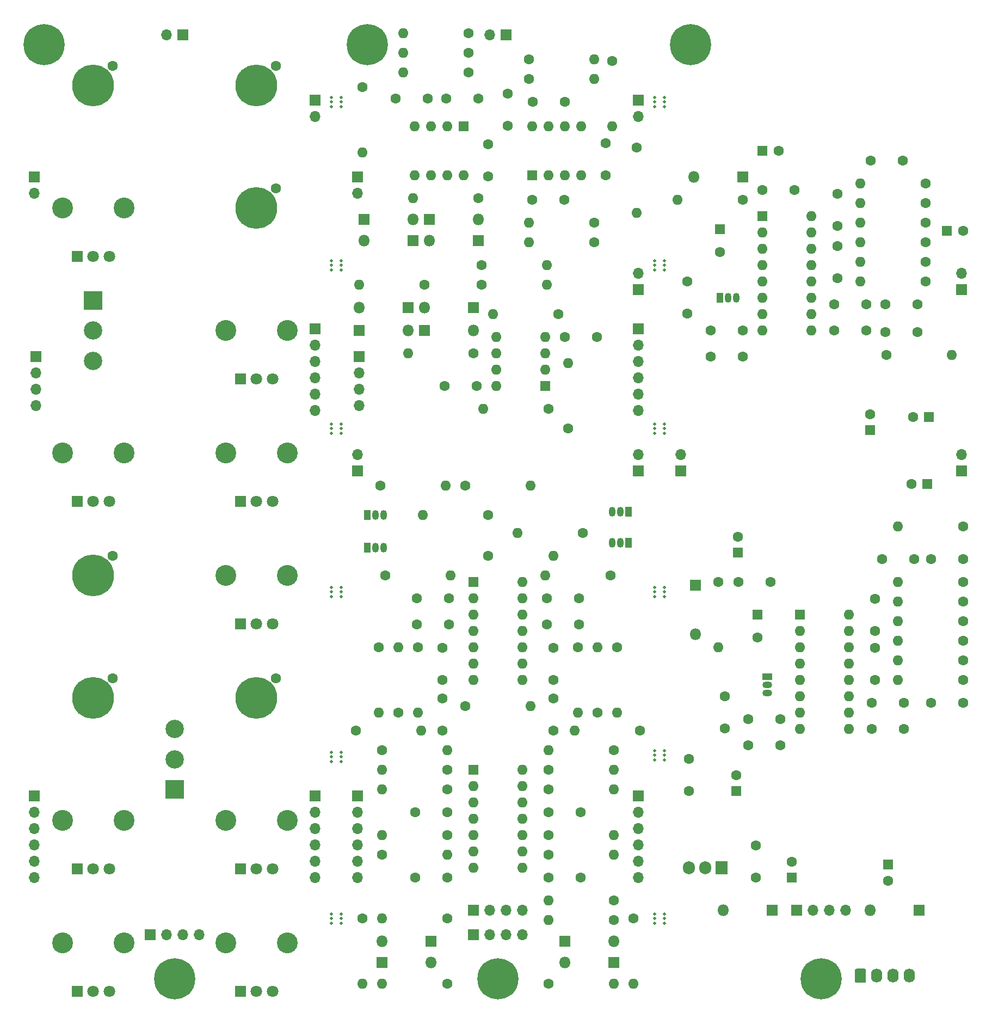
<source format=gbs>
%TF.GenerationSoftware,KiCad,Pcbnew,(5.1.8-0-10_14)*%
%TF.CreationDate,2021-10-30T15:14:07+01:00*%
%TF.ProjectId,dual-digi-delay,6475616c-2d64-4696-9769-2d64656c6179,r01*%
%TF.SameCoordinates,Original*%
%TF.FileFunction,Soldermask,Bot*%
%TF.FilePolarity,Negative*%
%FSLAX46Y46*%
G04 Gerber Fmt 4.6, Leading zero omitted, Abs format (unit mm)*
G04 Created by KiCad (PCBNEW (5.1.8-0-10_14)) date 2021-10-30 15:14:07*
%MOMM*%
%LPD*%
G01*
G04 APERTURE LIST*
%ADD10C,0.500000*%
%ADD11C,6.400000*%
%ADD12O,1.700000X1.700000*%
%ADD13R,1.700000X1.700000*%
%ADD14O,1.600000X1.600000*%
%ADD15R,1.600000X1.600000*%
%ADD16C,1.600000*%
%ADD17O,1.800000X1.800000*%
%ADD18R,1.800000X1.800000*%
%ADD19O,1.740000X2.190000*%
%ADD20C,1.800000*%
%ADD21C,3.240000*%
%ADD22C,2.850000*%
%ADD23R,2.850000X2.850000*%
%ADD24C,6.500000*%
%ADD25O,1.905000X2.000000*%
%ADD26R,1.905000X2.000000*%
%ADD27R,1.050000X1.500000*%
%ADD28O,1.050000X1.500000*%
%ADD29R,1.500000X1.050000*%
%ADD30O,1.500000X1.050000*%
G04 APERTURE END LIST*
D10*
%TO.C,mouse-bite-2mm-slot*%
X123178000Y-39890000D03*
X123178000Y-41390000D03*
X121678000Y-41390000D03*
X121678000Y-39890000D03*
X123178000Y-40640000D03*
X121678000Y-40640000D03*
%TD*%
%TO.C,mouse-bite-2mm-slot*%
X123178000Y-65290000D03*
X123178000Y-66790000D03*
X121678000Y-66790000D03*
X121678000Y-65290000D03*
X123178000Y-66040000D03*
X121678000Y-66040000D03*
%TD*%
%TO.C,mouse-bite-2mm-slot*%
X123178000Y-90690000D03*
X123178000Y-92190000D03*
X121678000Y-92190000D03*
X121678000Y-90690000D03*
X123178000Y-91440000D03*
X121678000Y-91440000D03*
%TD*%
%TO.C,mouse-bite-2mm-slot*%
X123178000Y-116090000D03*
X123178000Y-117590000D03*
X121678000Y-117590000D03*
X121678000Y-116090000D03*
X123178000Y-116840000D03*
X121678000Y-116840000D03*
%TD*%
%TO.C,mouse-bite-2mm-slot*%
X123178000Y-141490000D03*
X123178000Y-142990000D03*
X121678000Y-142990000D03*
X121678000Y-141490000D03*
X123178000Y-142240000D03*
X121678000Y-142240000D03*
%TD*%
%TO.C,mouse-bite-2mm-slot*%
X123178000Y-166890000D03*
X123178000Y-168390000D03*
X121678000Y-168390000D03*
X121678000Y-166890000D03*
X123178000Y-167640000D03*
X121678000Y-167640000D03*
%TD*%
%TO.C,mouse-bite-2mm-slot*%
X72886000Y-166890000D03*
X72886000Y-168390000D03*
X71386000Y-168390000D03*
X71386000Y-166890000D03*
X72886000Y-167640000D03*
X71386000Y-167640000D03*
%TD*%
%TO.C,mouse-bite-2mm-slot*%
X72886000Y-141744000D03*
X72886000Y-143244000D03*
X71386000Y-143244000D03*
X71386000Y-141744000D03*
X72886000Y-142494000D03*
X71386000Y-142494000D03*
%TD*%
%TO.C,mouse-bite-2mm-slot*%
X72886000Y-116090000D03*
X72886000Y-117590000D03*
X71386000Y-117590000D03*
X71386000Y-116090000D03*
X72886000Y-116840000D03*
X71386000Y-116840000D03*
%TD*%
%TO.C,mouse-bite-2mm-slot*%
X72886000Y-90690000D03*
X72886000Y-92190000D03*
X71386000Y-92190000D03*
X71386000Y-90690000D03*
X72886000Y-91440000D03*
X71386000Y-91440000D03*
%TD*%
%TO.C,mouse-bite-2mm-slot*%
X72886000Y-65290000D03*
X72886000Y-66790000D03*
X71386000Y-66790000D03*
X71386000Y-65290000D03*
X72886000Y-66040000D03*
X71386000Y-66040000D03*
%TD*%
%TO.C,mouse-bite-2mm-slot*%
X72886000Y-39890000D03*
X72886000Y-41390000D03*
X71386000Y-41390000D03*
X71386000Y-39890000D03*
X72886000Y-40640000D03*
X71386000Y-40640000D03*
%TD*%
D11*
%TO.C,H6*%
X147574000Y-177038000D03*
%TD*%
%TO.C,H5*%
X127254000Y-31750000D03*
%TD*%
%TO.C,H4*%
X97282000Y-177038000D03*
%TD*%
%TO.C,H3*%
X76962000Y-31750000D03*
%TD*%
%TO.C,H2*%
X46990000Y-177038000D03*
%TD*%
%TO.C,H1*%
X26670000Y-31750000D03*
%TD*%
D12*
%TO.C,J6*%
X119126000Y-88646000D03*
X119126000Y-86106000D03*
X119126000Y-83566000D03*
X119126000Y-81026000D03*
X119126000Y-78486000D03*
D13*
X119126000Y-75946000D03*
%TD*%
D12*
%TO.C,J2*%
X68834000Y-88646000D03*
X68834000Y-86106000D03*
X68834000Y-83566000D03*
X68834000Y-81026000D03*
X68834000Y-78486000D03*
D13*
X68834000Y-75946000D03*
%TD*%
D12*
%TO.C,J39*%
X119126000Y-161290000D03*
X119126000Y-158750000D03*
X119126000Y-156210000D03*
X119126000Y-153670000D03*
X119126000Y-151130000D03*
D13*
X119126000Y-148590000D03*
%TD*%
D12*
%TO.C,J38*%
X68834000Y-161290000D03*
X68834000Y-158750000D03*
X68834000Y-156210000D03*
X68834000Y-153670000D03*
X68834000Y-151130000D03*
D13*
X68834000Y-148590000D03*
%TD*%
D12*
%TO.C,J12*%
X75438000Y-161290000D03*
X75438000Y-158750000D03*
X75438000Y-156210000D03*
X75438000Y-153670000D03*
X75438000Y-151130000D03*
D13*
X75438000Y-148590000D03*
%TD*%
D12*
%TO.C,J11*%
X25146000Y-161290000D03*
X25146000Y-158750000D03*
X25146000Y-156210000D03*
X25146000Y-153670000D03*
X25146000Y-151130000D03*
D13*
X25146000Y-148590000D03*
%TD*%
D14*
%TO.C,U6*%
X101092000Y-144526000D03*
X93472000Y-159766000D03*
X101092000Y-147066000D03*
X93472000Y-157226000D03*
X101092000Y-149606000D03*
X93472000Y-154686000D03*
X101092000Y-152146000D03*
X93472000Y-152146000D03*
X101092000Y-154686000D03*
X93472000Y-149606000D03*
X101092000Y-157226000D03*
X93472000Y-147066000D03*
X101092000Y-159766000D03*
D15*
X93472000Y-144526000D03*
%TD*%
D14*
%TO.C,R69*%
X79248000Y-147574000D03*
D16*
X89408000Y-147574000D03*
%TD*%
D14*
%TO.C,R68*%
X115316000Y-147574000D03*
D16*
X105156000Y-147574000D03*
%TD*%
D14*
%TO.C,R67*%
X115316000Y-177800000D03*
D16*
X105156000Y-177800000D03*
%TD*%
D14*
%TO.C,R66*%
X118364000Y-177800000D03*
D16*
X118364000Y-167640000D03*
%TD*%
D14*
%TO.C,R65*%
X79248000Y-177800000D03*
D16*
X89408000Y-177800000D03*
%TD*%
D14*
%TO.C,R64*%
X76200000Y-177800000D03*
D16*
X76200000Y-167640000D03*
%TD*%
D17*
%TO.C,D16*%
X107696000Y-174498000D03*
D18*
X115316000Y-174498000D03*
%TD*%
D17*
%TO.C,D15*%
X115316000Y-171196000D03*
D18*
X107696000Y-171196000D03*
%TD*%
D17*
%TO.C,D14*%
X86868000Y-174498000D03*
D18*
X79248000Y-174498000D03*
%TD*%
D17*
%TO.C,D13*%
X79248000Y-171196000D03*
D18*
X86868000Y-171196000D03*
%TD*%
D16*
%TO.C,C56*%
X105156000Y-161290000D03*
X110156000Y-161290000D03*
%TD*%
D13*
%TO.C,J33*%
X169418000Y-69850000D03*
D12*
X169418000Y-67310000D03*
%TD*%
%TO.C,J32*%
X169418000Y-95504000D03*
D13*
X169418000Y-98044000D03*
%TD*%
D12*
%TO.C,J13*%
X119126000Y-95504000D03*
D13*
X119126000Y-98044000D03*
%TD*%
D12*
%TO.C,J8*%
X119126000Y-67310000D03*
D13*
X119126000Y-69850000D03*
%TD*%
D14*
%TO.C,U8*%
X102616000Y-44450000D03*
X110236000Y-52070000D03*
X105156000Y-44450000D03*
X107696000Y-52070000D03*
X107696000Y-44450000D03*
X105156000Y-52070000D03*
X110236000Y-44450000D03*
D15*
X102616000Y-52070000D03*
%TD*%
D16*
%TO.C,C20*%
X169632000Y-60706000D03*
D15*
X167132000Y-60706000D03*
%TD*%
D14*
%TO.C,R63*%
X118872000Y-57912000D03*
D16*
X118872000Y-47752000D03*
%TD*%
D14*
%TO.C,R62*%
X115062000Y-44450000D03*
D16*
X115062000Y-34290000D03*
%TD*%
D13*
%TO.C,J31*%
X75438000Y-52324000D03*
D12*
X75438000Y-54864000D03*
%TD*%
%TO.C,J24*%
X96012000Y-30226000D03*
D13*
X98552000Y-30226000D03*
%TD*%
%TO.C,J16*%
X25146000Y-52324000D03*
D12*
X25146000Y-54864000D03*
%TD*%
%TO.C,J4*%
X45720000Y-30226000D03*
D13*
X48260000Y-30226000D03*
%TD*%
D12*
%TO.C,J23*%
X119126000Y-42926000D03*
D13*
X119126000Y-40386000D03*
%TD*%
D12*
%TO.C,J5*%
X68834000Y-42926000D03*
D13*
X68834000Y-40386000D03*
%TD*%
D19*
%TO.C,J15*%
X161290000Y-176530000D03*
X158750000Y-176530000D03*
X156210000Y-176530000D03*
G36*
G01*
X152800000Y-177375001D02*
X152800000Y-175684999D01*
G75*
G02*
X153049999Y-175435000I249999J0D01*
G01*
X154290001Y-175435000D01*
G75*
G02*
X154540000Y-175684999I0J-249999D01*
G01*
X154540000Y-177375001D01*
G75*
G02*
X154290001Y-177625000I-249999J0D01*
G01*
X153049999Y-177625000D01*
G75*
G02*
X152800000Y-177375001I0J249999D01*
G01*
G37*
%TD*%
D12*
%TO.C,J14*%
X151384000Y-166370000D03*
X148844000Y-166370000D03*
X146304000Y-166370000D03*
D13*
X143764000Y-166370000D03*
%TD*%
D12*
%TO.C,J9*%
X101092000Y-166370000D03*
X98552000Y-166370000D03*
X96012000Y-166370000D03*
D13*
X93472000Y-166370000D03*
%TD*%
%TO.C,J7*%
X75692000Y-80264000D03*
D12*
X75692000Y-82804000D03*
X75692000Y-85344000D03*
X75692000Y-87884000D03*
%TD*%
D13*
%TO.C,J3*%
X25400000Y-80264000D03*
D12*
X25400000Y-82804000D03*
X25400000Y-85344000D03*
X25400000Y-87884000D03*
%TD*%
D13*
%TO.C,J1*%
X43180000Y-170180000D03*
D12*
X45720000Y-170180000D03*
X48260000Y-170180000D03*
X50800000Y-170180000D03*
%TD*%
D14*
%TO.C,U2*%
X97028000Y-84836000D03*
X104648000Y-77216000D03*
X97028000Y-82296000D03*
X104648000Y-79756000D03*
X97028000Y-79756000D03*
X104648000Y-82296000D03*
X97028000Y-77216000D03*
D15*
X104648000Y-84836000D03*
%TD*%
D14*
%TO.C,U1*%
X91948000Y-52070000D03*
X84328000Y-44450000D03*
X89408000Y-52070000D03*
X86868000Y-44450000D03*
X86868000Y-52070000D03*
X89408000Y-44450000D03*
X84328000Y-52070000D03*
D15*
X91948000Y-44450000D03*
%TD*%
D14*
%TO.C,R12*%
X108204000Y-81280000D03*
D16*
X108204000Y-91440000D03*
%TD*%
D14*
%TO.C,R11*%
X96520000Y-73660000D03*
D16*
X106680000Y-73660000D03*
%TD*%
D14*
%TO.C,R10*%
X94996000Y-88392000D03*
D16*
X105156000Y-88392000D03*
%TD*%
D14*
%TO.C,R9*%
X75692000Y-69088000D03*
D16*
X85852000Y-69088000D03*
%TD*%
D14*
%TO.C,R8*%
X83312000Y-79756000D03*
D16*
X93472000Y-79756000D03*
%TD*%
D14*
%TO.C,R7*%
X82550000Y-29972000D03*
D16*
X92710000Y-29972000D03*
%TD*%
D14*
%TO.C,R6*%
X82550000Y-36068000D03*
D16*
X92710000Y-36068000D03*
%TD*%
D14*
%TO.C,R5*%
X82550000Y-33020000D03*
D16*
X92710000Y-33020000D03*
%TD*%
D14*
%TO.C,R4*%
X76200000Y-48514000D03*
D16*
X76200000Y-38354000D03*
%TD*%
D14*
%TO.C,R3*%
X84074000Y-55626000D03*
D16*
X94234000Y-55626000D03*
%TD*%
D14*
%TO.C,R2*%
X104902000Y-66040000D03*
D16*
X94742000Y-66040000D03*
%TD*%
D14*
%TO.C,R1*%
X104902000Y-69088000D03*
D16*
X94742000Y-69088000D03*
%TD*%
D17*
%TO.C,D8*%
X93472000Y-76200000D03*
D18*
X85852000Y-76200000D03*
%TD*%
D17*
%TO.C,D7*%
X85852000Y-72644000D03*
D18*
X93472000Y-72644000D03*
%TD*%
D17*
%TO.C,D6*%
X83312000Y-76200000D03*
D18*
X75692000Y-76200000D03*
%TD*%
D17*
%TO.C,D5*%
X75692000Y-72644000D03*
D18*
X83312000Y-72644000D03*
%TD*%
D17*
%TO.C,D4*%
X94234000Y-58928000D03*
D18*
X86614000Y-58928000D03*
%TD*%
D17*
%TO.C,D3*%
X84074000Y-58928000D03*
D18*
X76454000Y-58928000D03*
%TD*%
D17*
%TO.C,D2*%
X86614000Y-62230000D03*
D18*
X94234000Y-62230000D03*
%TD*%
D17*
%TO.C,D1*%
X76454000Y-62230000D03*
D18*
X84074000Y-62230000D03*
%TD*%
D16*
%TO.C,C5*%
X112696000Y-77216000D03*
X107696000Y-77216000D03*
%TD*%
%TO.C,C4*%
X93980000Y-84836000D03*
X88980000Y-84836000D03*
%TD*%
%TO.C,C3*%
X86360000Y-40132000D03*
X81360000Y-40132000D03*
%TD*%
%TO.C,C2*%
X95758000Y-52244000D03*
X95758000Y-47244000D03*
%TD*%
%TO.C,C1*%
X89234000Y-40132000D03*
X94234000Y-40132000D03*
%TD*%
D12*
%TO.C,J10*%
X125730000Y-95504000D03*
D13*
X125730000Y-98044000D03*
%TD*%
D18*
%TO.C,WET2_LEVEL1*%
X57190001Y-102750000D03*
D20*
X59690001Y-102750000D03*
X62190001Y-102750000D03*
D21*
X64490001Y-95250000D03*
X54890001Y-95250000D03*
%TD*%
D18*
%TO.C,WET1_LEVEL1*%
X57190001Y-83700000D03*
D20*
X59690001Y-83700000D03*
X62190001Y-83700000D03*
D21*
X64490001Y-76200000D03*
X54890001Y-76200000D03*
%TD*%
D22*
%TO.C,SW2*%
X34290000Y-80900000D03*
X34290000Y-76200000D03*
D23*
X34290000Y-71500000D03*
%TD*%
D24*
%TO.C,J30*%
X59690000Y-57150000D03*
D16*
X62738000Y-54102000D03*
%TD*%
D24*
%TO.C,J29*%
X59690001Y-38100000D03*
D16*
X62738001Y-35052000D03*
%TD*%
D24*
%TO.C,J28*%
X34290000Y-38100000D03*
D16*
X37338000Y-35052000D03*
%TD*%
D24*
%TO.C,J27*%
X34290000Y-114300000D03*
D16*
X37338000Y-111252000D03*
%TD*%
D18*
%TO.C,INPUT_GAIN1*%
X31790000Y-102750000D03*
D20*
X34290000Y-102750000D03*
X36790000Y-102750000D03*
D21*
X39090000Y-95250000D03*
X29490000Y-95250000D03*
%TD*%
D18*
%TO.C,FEEDBACK1*%
X31790000Y-64650000D03*
D20*
X34290000Y-64650000D03*
X36790000Y-64650000D03*
D21*
X39090000Y-57150000D03*
X29490000Y-57150000D03*
%TD*%
D18*
%TO.C,DRY_LEVEL1*%
X57190001Y-121800001D03*
D20*
X59690001Y-121800001D03*
X62190001Y-121800001D03*
D21*
X64490001Y-114300001D03*
X54890001Y-114300001D03*
%TD*%
D14*
%TO.C,R59*%
X102108000Y-59436000D03*
D16*
X112268000Y-59436000D03*
%TD*%
D14*
%TO.C,R58*%
X102108000Y-62484000D03*
D16*
X112268000Y-62484000D03*
%TD*%
D14*
%TO.C,R57*%
X112268000Y-37084000D03*
D16*
X102108000Y-37084000D03*
%TD*%
D14*
%TO.C,R56*%
X112268000Y-34036000D03*
D16*
X102108000Y-34036000D03*
%TD*%
%TO.C,C55*%
X107616000Y-55880000D03*
X102616000Y-55880000D03*
%TD*%
%TO.C,C54*%
X114046000Y-52070000D03*
X114046000Y-47070000D03*
%TD*%
%TO.C,C53*%
X98806000Y-44370000D03*
X98806000Y-39370000D03*
%TD*%
%TO.C,C52*%
X107696000Y-40640000D03*
X102696000Y-40640000D03*
%TD*%
D25*
%TO.C,U7*%
X127000000Y-159766000D03*
X129540000Y-159766000D03*
D26*
X132080000Y-159766000D03*
%TD*%
D14*
%TO.C,U5*%
X101092000Y-115316000D03*
X93472000Y-130556000D03*
X101092000Y-117856000D03*
X93472000Y-128016000D03*
X101092000Y-120396000D03*
X93472000Y-125476000D03*
X101092000Y-122936000D03*
X93472000Y-122936000D03*
X101092000Y-125476000D03*
X93472000Y-120396000D03*
X101092000Y-128016000D03*
X93472000Y-117856000D03*
X101092000Y-130556000D03*
D15*
X93472000Y-115316000D03*
%TD*%
D23*
%TO.C,SW1*%
X46990001Y-147575000D03*
D22*
X46990001Y-142875000D03*
X46990001Y-138175000D03*
%TD*%
D14*
%TO.C,R55*%
X89154000Y-100330000D03*
D16*
X78994000Y-100330000D03*
%TD*%
D14*
%TO.C,R54*%
X102362000Y-100330000D03*
D16*
X92202000Y-100330000D03*
%TD*%
D14*
%TO.C,R53*%
X89916000Y-114300000D03*
D16*
X79756000Y-114300000D03*
%TD*%
D14*
%TO.C,R52*%
X85598000Y-104902000D03*
D16*
X95758000Y-104902000D03*
%TD*%
D14*
%TO.C,R51*%
X104648000Y-114300000D03*
D16*
X114808000Y-114300000D03*
%TD*%
D14*
%TO.C,R50*%
X105918000Y-111252000D03*
D16*
X95758000Y-111252000D03*
%TD*%
D14*
%TO.C,R49*%
X81788000Y-125476000D03*
D16*
X81788000Y-135636000D03*
%TD*%
D14*
%TO.C,R48*%
X112776000Y-125476000D03*
D16*
X112776000Y-135636000D03*
%TD*%
D14*
%TO.C,R47*%
X78740000Y-135636000D03*
D16*
X78740000Y-125476000D03*
%TD*%
D14*
%TO.C,R46*%
X115824000Y-135636000D03*
D16*
X115824000Y-125476000D03*
%TD*%
D14*
%TO.C,R45*%
X84836000Y-135636000D03*
D16*
X84836000Y-125476000D03*
%TD*%
D14*
%TO.C,R44*%
X100330000Y-107696000D03*
D16*
X110490000Y-107696000D03*
%TD*%
D14*
%TO.C,R43*%
X105156000Y-141478000D03*
D16*
X115316000Y-141478000D03*
%TD*%
D14*
%TO.C,R42*%
X109728000Y-135636000D03*
D16*
X109728000Y-125476000D03*
%TD*%
D14*
%TO.C,R41*%
X85344000Y-138430000D03*
D16*
X75184000Y-138430000D03*
%TD*%
D14*
%TO.C,R40*%
X109220000Y-138430000D03*
D16*
X119380000Y-138430000D03*
%TD*%
D14*
%TO.C,R39*%
X102362000Y-134620000D03*
D16*
X92202000Y-134620000D03*
%TD*%
%TO.C,R38*%
X105156000Y-154686000D03*
D14*
X115316000Y-154686000D03*
%TD*%
%TO.C,R37*%
X89408000Y-141478000D03*
D16*
X79248000Y-141478000D03*
%TD*%
D14*
%TO.C,R36*%
X115316000Y-144526000D03*
D16*
X105156000Y-144526000D03*
%TD*%
D14*
%TO.C,R35*%
X79248000Y-144526000D03*
D16*
X89408000Y-144526000D03*
%TD*%
D14*
%TO.C,R34*%
X89408000Y-157734000D03*
D16*
X79248000Y-157734000D03*
%TD*%
D14*
%TO.C,R33*%
X115316000Y-157734000D03*
D16*
X105156000Y-157734000D03*
%TD*%
D14*
%TO.C,R32*%
X105156000Y-167894000D03*
D16*
X115316000Y-167894000D03*
%TD*%
D14*
%TO.C,R31*%
X105156000Y-164846000D03*
D16*
X115316000Y-164846000D03*
%TD*%
D14*
%TO.C,R30*%
X79248000Y-167640000D03*
D16*
X89408000Y-167640000D03*
%TD*%
D14*
%TO.C,R29*%
X79248000Y-154686000D03*
D16*
X89408000Y-154686000D03*
%TD*%
D27*
%TO.C,Q6*%
X76962000Y-104902000D03*
D28*
X79502000Y-104902000D03*
X78232000Y-104902000D03*
%TD*%
D27*
%TO.C,Q5*%
X117602000Y-104394000D03*
D28*
X115062000Y-104394000D03*
X116332000Y-104394000D03*
%TD*%
D27*
%TO.C,Q4*%
X76962000Y-109982000D03*
D28*
X79502000Y-109982000D03*
X78232000Y-109982000D03*
%TD*%
D27*
%TO.C,Q3*%
X117602000Y-109220000D03*
D28*
X115062000Y-109220000D03*
X116332000Y-109220000D03*
%TD*%
D12*
%TO.C,J21*%
X75438000Y-95504000D03*
D13*
X75438000Y-98044000D03*
%TD*%
D12*
%TO.C,J20*%
X101092000Y-170180000D03*
X98552000Y-170180000D03*
X96012000Y-170180000D03*
D13*
X93472000Y-170180000D03*
%TD*%
D24*
%TO.C,J26*%
X34290000Y-133350000D03*
D16*
X37338000Y-130302000D03*
%TD*%
D24*
%TO.C,J25*%
X59690001Y-133350000D03*
D16*
X62738001Y-130302000D03*
%TD*%
D18*
%TO.C,DELAY2_TIME1*%
X57190000Y-178950000D03*
D20*
X59690000Y-178950000D03*
X62190000Y-178950000D03*
D21*
X64490000Y-171450000D03*
X54890000Y-171450000D03*
%TD*%
D18*
%TO.C,DELAY2_CV_ATTV1*%
X57190001Y-159900001D03*
D20*
X59690001Y-159900001D03*
X62190001Y-159900001D03*
D21*
X64490001Y-152400001D03*
X54890001Y-152400001D03*
%TD*%
D18*
%TO.C,DELAY1_TIME1*%
X31790000Y-178950000D03*
D20*
X34290000Y-178950000D03*
X36790000Y-178950000D03*
D21*
X39090000Y-171450000D03*
X29490000Y-171450000D03*
%TD*%
D18*
%TO.C,DELAY1_CV_ATTV1*%
X31790000Y-159900001D03*
D20*
X34290000Y-159900001D03*
X36790000Y-159900001D03*
D21*
X39090000Y-152400001D03*
X29490000Y-152400001D03*
%TD*%
D17*
%TO.C,D12*%
X155194000Y-166370000D03*
D18*
X162814000Y-166370000D03*
%TD*%
D17*
%TO.C,D11*%
X132334000Y-166370000D03*
D18*
X139954000Y-166370000D03*
%TD*%
D16*
%TO.C,C51*%
X127000000Y-147828000D03*
X127000000Y-142828000D03*
%TD*%
%TO.C,C50*%
X134366000Y-145328000D03*
D15*
X134366000Y-147828000D03*
%TD*%
D16*
%TO.C,C49*%
X137414000Y-161290000D03*
X137414000Y-156290000D03*
%TD*%
%TO.C,C48*%
X157988000Y-161758000D03*
D15*
X157988000Y-159258000D03*
%TD*%
D16*
%TO.C,C47*%
X143002000Y-158790000D03*
D15*
X143002000Y-161290000D03*
%TD*%
D16*
%TO.C,C46*%
X84662000Y-117856000D03*
X89662000Y-117856000D03*
%TD*%
%TO.C,C45*%
X109902000Y-117856000D03*
X104902000Y-117856000D03*
%TD*%
%TO.C,C44*%
X88646000Y-125556000D03*
X88646000Y-130556000D03*
%TD*%
%TO.C,C43*%
X105918000Y-125556000D03*
X105918000Y-130556000D03*
%TD*%
%TO.C,C42*%
X88646000Y-138430000D03*
X88646000Y-133430000D03*
%TD*%
%TO.C,C41*%
X105918000Y-138430000D03*
X105918000Y-133430000D03*
%TD*%
%TO.C,C40*%
X89408000Y-161290000D03*
X84408000Y-161290000D03*
%TD*%
%TO.C,C39*%
X109902000Y-121920000D03*
X104902000Y-121920000D03*
%TD*%
%TO.C,C38*%
X89662000Y-121920000D03*
X84662000Y-121920000D03*
%TD*%
%TO.C,C37*%
X110156000Y-151130000D03*
X105156000Y-151130000D03*
%TD*%
%TO.C,C36*%
X89408000Y-151130000D03*
X84408000Y-151130000D03*
%TD*%
D15*
%TO.C,U4*%
X144272000Y-120396000D03*
D14*
X151892000Y-138176000D03*
X144272000Y-122936000D03*
X151892000Y-135636000D03*
X144272000Y-125476000D03*
X151892000Y-133096000D03*
X144272000Y-128016000D03*
X151892000Y-130556000D03*
X144272000Y-130556000D03*
X151892000Y-128016000D03*
X144272000Y-133096000D03*
X151892000Y-125476000D03*
X144272000Y-135636000D03*
X151892000Y-122936000D03*
X144272000Y-138176000D03*
X151892000Y-120396000D03*
%TD*%
D15*
%TO.C,U3*%
X138430000Y-58420000D03*
D14*
X146050000Y-76200000D03*
X138430000Y-60960000D03*
X146050000Y-73660000D03*
X138430000Y-63500000D03*
X146050000Y-71120000D03*
X138430000Y-66040000D03*
X146050000Y-68580000D03*
X138430000Y-68580000D03*
X146050000Y-66040000D03*
X138430000Y-71120000D03*
X146050000Y-63500000D03*
X138430000Y-73660000D03*
X146050000Y-60960000D03*
X138430000Y-76200000D03*
X146050000Y-58420000D03*
%TD*%
%TO.C,R28*%
X159512000Y-121412000D03*
D16*
X169672000Y-121412000D03*
%TD*%
D14*
%TO.C,R27*%
X159512000Y-124460000D03*
D16*
X169672000Y-124460000D03*
%TD*%
D14*
%TO.C,R26*%
X159512000Y-127508000D03*
D16*
X169672000Y-127508000D03*
%TD*%
D14*
%TO.C,R25*%
X159512000Y-130556000D03*
D16*
X169672000Y-130556000D03*
%TD*%
D14*
%TO.C,R24*%
X159512000Y-106680000D03*
D16*
X169672000Y-106680000D03*
%TD*%
D14*
%TO.C,R23*%
X159512000Y-118364000D03*
D16*
X169672000Y-118364000D03*
%TD*%
D14*
%TO.C,R22*%
X159512000Y-115316000D03*
D16*
X169672000Y-115316000D03*
%TD*%
D14*
%TO.C,R21*%
X131572000Y-125476000D03*
D16*
X131572000Y-115316000D03*
%TD*%
D14*
%TO.C,R20*%
X153670000Y-59436000D03*
D16*
X163830000Y-59436000D03*
%TD*%
D14*
%TO.C,R19*%
X153670000Y-62484000D03*
D16*
X163830000Y-62484000D03*
%TD*%
D14*
%TO.C,R18*%
X153670000Y-65532000D03*
D16*
X163830000Y-65532000D03*
%TD*%
D14*
%TO.C,R17*%
X153670000Y-68580000D03*
D16*
X163830000Y-68580000D03*
%TD*%
D14*
%TO.C,R16*%
X167894000Y-80010000D03*
D16*
X157734000Y-80010000D03*
%TD*%
D14*
%TO.C,R15*%
X153670000Y-56388000D03*
D16*
X163830000Y-56388000D03*
%TD*%
D14*
%TO.C,R14*%
X153670000Y-53340000D03*
D16*
X163830000Y-53340000D03*
%TD*%
D14*
%TO.C,R13*%
X125222000Y-55880000D03*
D16*
X135382000Y-55880000D03*
%TD*%
D29*
%TO.C,Q2*%
X139192000Y-130048000D03*
D30*
X139192000Y-132588000D03*
X139192000Y-131318000D03*
%TD*%
D27*
%TO.C,Q1*%
X131826000Y-71120000D03*
D28*
X134366000Y-71120000D03*
X133096000Y-71120000D03*
%TD*%
D17*
%TO.C,D10*%
X128016000Y-123444000D03*
D18*
X128016000Y-115824000D03*
%TD*%
D17*
%TO.C,D9*%
X127762000Y-52324000D03*
D18*
X135382000Y-52324000D03*
%TD*%
D16*
%TO.C,C35*%
X155194000Y-89194000D03*
D15*
X155194000Y-91694000D03*
%TD*%
D16*
%TO.C,C34*%
X162052000Y-111760000D03*
X157052000Y-111760000D03*
%TD*%
%TO.C,C33*%
X169672000Y-134112000D03*
X164672000Y-134112000D03*
%TD*%
%TO.C,C32*%
X169672000Y-111760000D03*
X164672000Y-111760000D03*
%TD*%
%TO.C,C31*%
X155956000Y-130556000D03*
X155956000Y-125556000D03*
%TD*%
%TO.C,C30*%
X160448000Y-134112000D03*
X155448000Y-134112000D03*
%TD*%
%TO.C,C29*%
X161584000Y-100076000D03*
D15*
X164084000Y-100076000D03*
%TD*%
D16*
%TO.C,C28*%
X155956000Y-117936000D03*
X155956000Y-122936000D03*
%TD*%
%TO.C,C27*%
X160448000Y-138176000D03*
X155448000Y-138176000D03*
%TD*%
%TO.C,C26*%
X141224000Y-140716000D03*
X136224000Y-140716000D03*
%TD*%
%TO.C,C25*%
X137668000Y-123896000D03*
D15*
X137668000Y-120396000D03*
%TD*%
D16*
%TO.C,C24*%
X141224000Y-136652000D03*
X136224000Y-136652000D03*
%TD*%
%TO.C,C23*%
X134620000Y-108244000D03*
D15*
X134620000Y-110744000D03*
%TD*%
D16*
%TO.C,C22*%
X134700000Y-115316000D03*
X139700000Y-115316000D03*
%TD*%
%TO.C,C21*%
X132588000Y-138096000D03*
X132588000Y-133096000D03*
%TD*%
%TO.C,C19*%
X155274000Y-49784000D03*
X160274000Y-49784000D03*
%TD*%
%TO.C,C18*%
X162560000Y-72136000D03*
X157560000Y-72136000D03*
%TD*%
%TO.C,C17*%
X162560000Y-76454000D03*
X157560000Y-76454000D03*
%TD*%
%TO.C,C16*%
X150114000Y-68072000D03*
X150114000Y-63072000D03*
%TD*%
%TO.C,C15*%
X154606000Y-72136000D03*
X149606000Y-72136000D03*
%TD*%
%TO.C,C14*%
X161838000Y-89662000D03*
D15*
X164338000Y-89662000D03*
%TD*%
D16*
%TO.C,C13*%
X150114000Y-54944000D03*
X150114000Y-59944000D03*
%TD*%
%TO.C,C12*%
X154606000Y-76200000D03*
X149606000Y-76200000D03*
%TD*%
%TO.C,C11*%
X135382000Y-80264000D03*
X130382000Y-80264000D03*
%TD*%
%TO.C,C10*%
X131826000Y-63952000D03*
D15*
X131826000Y-60452000D03*
%TD*%
D16*
%TO.C,C9*%
X135382000Y-76200000D03*
X130382000Y-76200000D03*
%TD*%
%TO.C,C8*%
X140930000Y-48260000D03*
D15*
X138430000Y-48260000D03*
%TD*%
D16*
%TO.C,C7*%
X138430000Y-54356000D03*
X143430000Y-54356000D03*
%TD*%
%TO.C,C6*%
X126746000Y-73580000D03*
X126746000Y-68580000D03*
%TD*%
M02*

</source>
